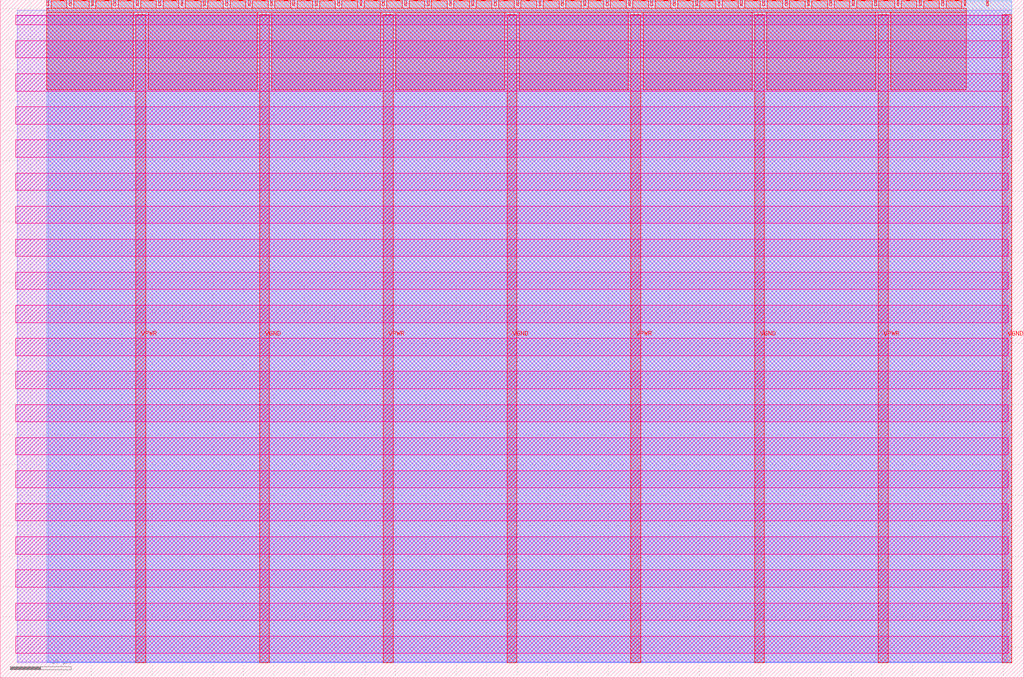
<source format=lef>
VERSION 5.7 ;
  NOWIREEXTENSIONATPIN ON ;
  DIVIDERCHAR "/" ;
  BUSBITCHARS "[]" ;
MACRO tt_um_LEOGLM_hamming_code_top
  CLASS BLOCK ;
  FOREIGN tt_um_LEOGLM_hamming_code_top ;
  ORIGIN 0.000 0.000 ;
  SIZE 168.360 BY 111.520 ;
  PIN VGND
    DIRECTION INOUT ;
    USE GROUND ;
    PORT
      LAYER met4 ;
        RECT 42.670 2.480 44.270 109.040 ;
    END
    PORT
      LAYER met4 ;
        RECT 83.380 2.480 84.980 109.040 ;
    END
    PORT
      LAYER met4 ;
        RECT 124.090 2.480 125.690 109.040 ;
    END
    PORT
      LAYER met4 ;
        RECT 164.800 2.480 166.400 109.040 ;
    END
  END VGND
  PIN VPWR
    DIRECTION INOUT ;
    USE POWER ;
    PORT
      LAYER met4 ;
        RECT 22.315 2.480 23.915 109.040 ;
    END
    PORT
      LAYER met4 ;
        RECT 63.025 2.480 64.625 109.040 ;
    END
    PORT
      LAYER met4 ;
        RECT 103.735 2.480 105.335 109.040 ;
    END
    PORT
      LAYER met4 ;
        RECT 144.445 2.480 146.045 109.040 ;
    END
  END VPWR
  PIN clk
    DIRECTION INPUT ;
    USE SIGNAL ;
    ANTENNAGATEAREA 0.852000 ;
    PORT
      LAYER met4 ;
        RECT 158.550 110.520 158.850 111.520 ;
    END
  END clk
  PIN ena
    DIRECTION INPUT ;
    USE SIGNAL ;
    PORT
      LAYER met4 ;
        RECT 162.230 110.520 162.530 111.520 ;
    END
  END ena
  PIN rst_n
    DIRECTION INPUT ;
    USE SIGNAL ;
    ANTENNAGATEAREA 0.196500 ;
    PORT
      LAYER met4 ;
        RECT 154.870 110.520 155.170 111.520 ;
    END
  END rst_n
  PIN ui_in[0]
    DIRECTION INPUT ;
    USE SIGNAL ;
    ANTENNAGATEAREA 0.196500 ;
    PORT
      LAYER met4 ;
        RECT 151.190 110.520 151.490 111.520 ;
    END
  END ui_in[0]
  PIN ui_in[1]
    DIRECTION INPUT ;
    USE SIGNAL ;
    ANTENNAGATEAREA 0.196500 ;
    PORT
      LAYER met4 ;
        RECT 147.510 110.520 147.810 111.520 ;
    END
  END ui_in[1]
  PIN ui_in[2]
    DIRECTION INPUT ;
    USE SIGNAL ;
    ANTENNAGATEAREA 0.196500 ;
    PORT
      LAYER met4 ;
        RECT 143.830 110.520 144.130 111.520 ;
    END
  END ui_in[2]
  PIN ui_in[3]
    DIRECTION INPUT ;
    USE SIGNAL ;
    ANTENNAGATEAREA 0.196500 ;
    PORT
      LAYER met4 ;
        RECT 140.150 110.520 140.450 111.520 ;
    END
  END ui_in[3]
  PIN ui_in[4]
    DIRECTION INPUT ;
    USE SIGNAL ;
    ANTENNAGATEAREA 0.196500 ;
    PORT
      LAYER met4 ;
        RECT 136.470 110.520 136.770 111.520 ;
    END
  END ui_in[4]
  PIN ui_in[5]
    DIRECTION INPUT ;
    USE SIGNAL ;
    ANTENNAGATEAREA 0.196500 ;
    PORT
      LAYER met4 ;
        RECT 132.790 110.520 133.090 111.520 ;
    END
  END ui_in[5]
  PIN ui_in[6]
    DIRECTION INPUT ;
    USE SIGNAL ;
    ANTENNAGATEAREA 0.196500 ;
    PORT
      LAYER met4 ;
        RECT 129.110 110.520 129.410 111.520 ;
    END
  END ui_in[6]
  PIN ui_in[7]
    DIRECTION INPUT ;
    USE SIGNAL ;
    ANTENNAGATEAREA 0.196500 ;
    PORT
      LAYER met4 ;
        RECT 125.430 110.520 125.730 111.520 ;
    END
  END ui_in[7]
  PIN uio_in[0]
    DIRECTION INPUT ;
    USE SIGNAL ;
    ANTENNAGATEAREA 0.196500 ;
    PORT
      LAYER met4 ;
        RECT 121.750 110.520 122.050 111.520 ;
    END
  END uio_in[0]
  PIN uio_in[1]
    DIRECTION INPUT ;
    USE SIGNAL ;
    ANTENNAGATEAREA 0.196500 ;
    PORT
      LAYER met4 ;
        RECT 118.070 110.520 118.370 111.520 ;
    END
  END uio_in[1]
  PIN uio_in[2]
    DIRECTION INPUT ;
    USE SIGNAL ;
    ANTENNAGATEAREA 0.196500 ;
    PORT
      LAYER met4 ;
        RECT 114.390 110.520 114.690 111.520 ;
    END
  END uio_in[2]
  PIN uio_in[3]
    DIRECTION INPUT ;
    USE SIGNAL ;
    ANTENNAGATEAREA 0.196500 ;
    PORT
      LAYER met4 ;
        RECT 110.710 110.520 111.010 111.520 ;
    END
  END uio_in[3]
  PIN uio_in[4]
    DIRECTION INPUT ;
    USE SIGNAL ;
    ANTENNAGATEAREA 0.196500 ;
    PORT
      LAYER met4 ;
        RECT 107.030 110.520 107.330 111.520 ;
    END
  END uio_in[4]
  PIN uio_in[5]
    DIRECTION INPUT ;
    USE SIGNAL ;
    ANTENNAGATEAREA 0.196500 ;
    PORT
      LAYER met4 ;
        RECT 103.350 110.520 103.650 111.520 ;
    END
  END uio_in[5]
  PIN uio_in[6]
    DIRECTION INPUT ;
    USE SIGNAL ;
    PORT
      LAYER met4 ;
        RECT 99.670 110.520 99.970 111.520 ;
    END
  END uio_in[6]
  PIN uio_in[7]
    DIRECTION INPUT ;
    USE SIGNAL ;
    PORT
      LAYER met4 ;
        RECT 95.990 110.520 96.290 111.520 ;
    END
  END uio_in[7]
  PIN uio_oe[0]
    DIRECTION OUTPUT TRISTATE ;
    USE SIGNAL ;
    ANTENNADIFFAREA 0.445500 ;
    PORT
      LAYER met4 ;
        RECT 33.430 110.520 33.730 111.520 ;
    END
  END uio_oe[0]
  PIN uio_oe[1]
    DIRECTION OUTPUT TRISTATE ;
    USE SIGNAL ;
    ANTENNADIFFAREA 0.445500 ;
    PORT
      LAYER met4 ;
        RECT 29.750 110.520 30.050 111.520 ;
    END
  END uio_oe[1]
  PIN uio_oe[2]
    DIRECTION OUTPUT TRISTATE ;
    USE SIGNAL ;
    ANTENNADIFFAREA 0.445500 ;
    PORT
      LAYER met4 ;
        RECT 26.070 110.520 26.370 111.520 ;
    END
  END uio_oe[2]
  PIN uio_oe[3]
    DIRECTION OUTPUT TRISTATE ;
    USE SIGNAL ;
    ANTENNADIFFAREA 0.445500 ;
    PORT
      LAYER met4 ;
        RECT 22.390 110.520 22.690 111.520 ;
    END
  END uio_oe[3]
  PIN uio_oe[4]
    DIRECTION OUTPUT TRISTATE ;
    USE SIGNAL ;
    ANTENNADIFFAREA 0.445500 ;
    PORT
      LAYER met4 ;
        RECT 18.710 110.520 19.010 111.520 ;
    END
  END uio_oe[4]
  PIN uio_oe[5]
    DIRECTION OUTPUT TRISTATE ;
    USE SIGNAL ;
    ANTENNADIFFAREA 0.445500 ;
    PORT
      LAYER met4 ;
        RECT 15.030 110.520 15.330 111.520 ;
    END
  END uio_oe[5]
  PIN uio_oe[6]
    DIRECTION OUTPUT TRISTATE ;
    USE SIGNAL ;
    ANTENNADIFFAREA 0.445500 ;
    PORT
      LAYER met4 ;
        RECT 11.350 110.520 11.650 111.520 ;
    END
  END uio_oe[6]
  PIN uio_oe[7]
    DIRECTION OUTPUT TRISTATE ;
    USE SIGNAL ;
    ANTENNADIFFAREA 0.445500 ;
    PORT
      LAYER met4 ;
        RECT 7.670 110.520 7.970 111.520 ;
    END
  END uio_oe[7]
  PIN uio_out[0]
    DIRECTION OUTPUT TRISTATE ;
    USE SIGNAL ;
    ANTENNADIFFAREA 0.470250 ;
    PORT
      LAYER met4 ;
        RECT 62.870 110.520 63.170 111.520 ;
    END
  END uio_out[0]
  PIN uio_out[1]
    DIRECTION OUTPUT TRISTATE ;
    USE SIGNAL ;
    ANTENNADIFFAREA 0.470250 ;
    PORT
      LAYER met4 ;
        RECT 59.190 110.520 59.490 111.520 ;
    END
  END uio_out[1]
  PIN uio_out[2]
    DIRECTION OUTPUT TRISTATE ;
    USE SIGNAL ;
    ANTENNADIFFAREA 0.470250 ;
    PORT
      LAYER met4 ;
        RECT 55.510 110.520 55.810 111.520 ;
    END
  END uio_out[2]
  PIN uio_out[3]
    DIRECTION OUTPUT TRISTATE ;
    USE SIGNAL ;
    ANTENNADIFFAREA 0.470250 ;
    PORT
      LAYER met4 ;
        RECT 51.830 110.520 52.130 111.520 ;
    END
  END uio_out[3]
  PIN uio_out[4]
    DIRECTION OUTPUT TRISTATE ;
    USE SIGNAL ;
    ANTENNADIFFAREA 0.470250 ;
    PORT
      LAYER met4 ;
        RECT 48.150 110.520 48.450 111.520 ;
    END
  END uio_out[4]
  PIN uio_out[5]
    DIRECTION OUTPUT TRISTATE ;
    USE SIGNAL ;
    PORT
      LAYER met4 ;
        RECT 44.470 110.520 44.770 111.520 ;
    END
  END uio_out[5]
  PIN uio_out[6]
    DIRECTION OUTPUT TRISTATE ;
    USE SIGNAL ;
    PORT
      LAYER met4 ;
        RECT 40.790 110.520 41.090 111.520 ;
    END
  END uio_out[6]
  PIN uio_out[7]
    DIRECTION OUTPUT TRISTATE ;
    USE SIGNAL ;
    PORT
      LAYER met4 ;
        RECT 37.110 110.520 37.410 111.520 ;
    END
  END uio_out[7]
  PIN uo_out[0]
    DIRECTION OUTPUT TRISTATE ;
    USE SIGNAL ;
    ANTENNADIFFAREA 0.795200 ;
    PORT
      LAYER met4 ;
        RECT 92.310 110.520 92.610 111.520 ;
    END
  END uo_out[0]
  PIN uo_out[1]
    DIRECTION OUTPUT TRISTATE ;
    USE SIGNAL ;
    ANTENNADIFFAREA 0.445500 ;
    PORT
      LAYER met4 ;
        RECT 88.630 110.520 88.930 111.520 ;
    END
  END uo_out[1]
  PIN uo_out[2]
    DIRECTION OUTPUT TRISTATE ;
    USE SIGNAL ;
    ANTENNADIFFAREA 0.470250 ;
    PORT
      LAYER met4 ;
        RECT 84.950 110.520 85.250 111.520 ;
    END
  END uo_out[2]
  PIN uo_out[3]
    DIRECTION OUTPUT TRISTATE ;
    USE SIGNAL ;
    ANTENNADIFFAREA 0.470250 ;
    PORT
      LAYER met4 ;
        RECT 81.270 110.520 81.570 111.520 ;
    END
  END uo_out[3]
  PIN uo_out[4]
    DIRECTION OUTPUT TRISTATE ;
    USE SIGNAL ;
    ANTENNADIFFAREA 0.470250 ;
    PORT
      LAYER met4 ;
        RECT 77.590 110.520 77.890 111.520 ;
    END
  END uo_out[4]
  PIN uo_out[5]
    DIRECTION OUTPUT TRISTATE ;
    USE SIGNAL ;
    ANTENNADIFFAREA 0.470250 ;
    PORT
      LAYER met4 ;
        RECT 73.910 110.520 74.210 111.520 ;
    END
  END uo_out[5]
  PIN uo_out[6]
    DIRECTION OUTPUT TRISTATE ;
    USE SIGNAL ;
    ANTENNADIFFAREA 0.470250 ;
    PORT
      LAYER met4 ;
        RECT 70.230 110.520 70.530 111.520 ;
    END
  END uo_out[6]
  PIN uo_out[7]
    DIRECTION OUTPUT TRISTATE ;
    USE SIGNAL ;
    ANTENNADIFFAREA 0.470250 ;
    PORT
      LAYER met4 ;
        RECT 66.550 110.520 66.850 111.520 ;
    END
  END uo_out[7]
  OBS
      LAYER nwell ;
        RECT 2.570 107.385 165.790 108.990 ;
        RECT 2.570 101.945 165.790 104.775 ;
        RECT 2.570 96.505 165.790 99.335 ;
        RECT 2.570 91.065 165.790 93.895 ;
        RECT 2.570 85.625 165.790 88.455 ;
        RECT 2.570 80.185 165.790 83.015 ;
        RECT 2.570 74.745 165.790 77.575 ;
        RECT 2.570 69.305 165.790 72.135 ;
        RECT 2.570 63.865 165.790 66.695 ;
        RECT 2.570 58.425 165.790 61.255 ;
        RECT 2.570 52.985 165.790 55.815 ;
        RECT 2.570 47.545 165.790 50.375 ;
        RECT 2.570 42.105 165.790 44.935 ;
        RECT 2.570 36.665 165.790 39.495 ;
        RECT 2.570 31.225 165.790 34.055 ;
        RECT 2.570 25.785 165.790 28.615 ;
        RECT 2.570 20.345 165.790 23.175 ;
        RECT 2.570 14.905 165.790 17.735 ;
        RECT 2.570 9.465 165.790 12.295 ;
        RECT 2.570 4.025 165.790 6.855 ;
      LAYER li1 ;
        RECT 2.760 2.635 165.600 108.885 ;
      LAYER met1 ;
        RECT 2.760 2.480 166.400 109.780 ;
      LAYER met2 ;
        RECT 7.920 2.535 166.370 111.365 ;
      LAYER met3 ;
        RECT 7.630 2.555 166.390 111.345 ;
      LAYER met4 ;
        RECT 8.370 110.120 10.950 111.345 ;
        RECT 12.050 110.120 14.630 111.345 ;
        RECT 15.730 110.120 18.310 111.345 ;
        RECT 19.410 110.120 21.990 111.345 ;
        RECT 23.090 110.120 25.670 111.345 ;
        RECT 26.770 110.120 29.350 111.345 ;
        RECT 30.450 110.120 33.030 111.345 ;
        RECT 34.130 110.120 36.710 111.345 ;
        RECT 37.810 110.120 40.390 111.345 ;
        RECT 41.490 110.120 44.070 111.345 ;
        RECT 45.170 110.120 47.750 111.345 ;
        RECT 48.850 110.120 51.430 111.345 ;
        RECT 52.530 110.120 55.110 111.345 ;
        RECT 56.210 110.120 58.790 111.345 ;
        RECT 59.890 110.120 62.470 111.345 ;
        RECT 63.570 110.120 66.150 111.345 ;
        RECT 67.250 110.120 69.830 111.345 ;
        RECT 70.930 110.120 73.510 111.345 ;
        RECT 74.610 110.120 77.190 111.345 ;
        RECT 78.290 110.120 80.870 111.345 ;
        RECT 81.970 110.120 84.550 111.345 ;
        RECT 85.650 110.120 88.230 111.345 ;
        RECT 89.330 110.120 91.910 111.345 ;
        RECT 93.010 110.120 95.590 111.345 ;
        RECT 96.690 110.120 99.270 111.345 ;
        RECT 100.370 110.120 102.950 111.345 ;
        RECT 104.050 110.120 106.630 111.345 ;
        RECT 107.730 110.120 110.310 111.345 ;
        RECT 111.410 110.120 113.990 111.345 ;
        RECT 115.090 110.120 117.670 111.345 ;
        RECT 118.770 110.120 121.350 111.345 ;
        RECT 122.450 110.120 125.030 111.345 ;
        RECT 126.130 110.120 128.710 111.345 ;
        RECT 129.810 110.120 132.390 111.345 ;
        RECT 133.490 110.120 136.070 111.345 ;
        RECT 137.170 110.120 139.750 111.345 ;
        RECT 140.850 110.120 143.430 111.345 ;
        RECT 144.530 110.120 147.110 111.345 ;
        RECT 148.210 110.120 150.790 111.345 ;
        RECT 151.890 110.120 154.470 111.345 ;
        RECT 155.570 110.120 158.150 111.345 ;
        RECT 7.655 109.440 158.865 110.120 ;
        RECT 7.655 96.735 21.915 109.440 ;
        RECT 24.315 96.735 42.270 109.440 ;
        RECT 44.670 96.735 62.625 109.440 ;
        RECT 65.025 96.735 82.980 109.440 ;
        RECT 85.380 96.735 103.335 109.440 ;
        RECT 105.735 96.735 123.690 109.440 ;
        RECT 126.090 96.735 144.045 109.440 ;
        RECT 146.445 96.735 158.865 109.440 ;
  END
END tt_um_LEOGLM_hamming_code_top
END LIBRARY


</source>
